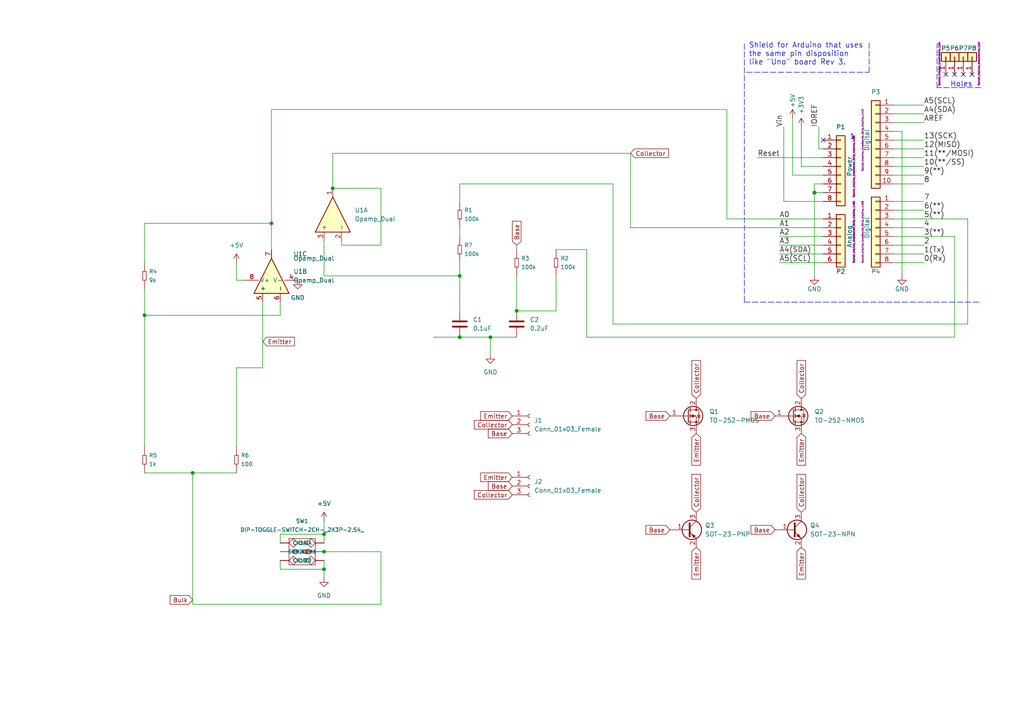
<source format=kicad_sch>
(kicad_sch (version 20211123) (generator eeschema)
  (paper "A4")
  (title_block (date "lun. 30 mars 2015"))
  (lib_symbols
    (symbol "Connector:Conn_01x03_Female" (pin_names (offset 1.016) hide)
      (property "Reference" "J" (at 0 5.08 0))
      (property "Value" "Conn_01x03_Female" (at 0 -5.08 0))
      (symbol "Conn_01x03_Female_1_1"
        (arc (start 0 -2.032) (mid -0.508 -2.54) (end 0 -3.048) (stroke (width 0.1524)))
        (polyline (pts (xy -1.27 -2.54) (xy -0.508 -2.54)) (stroke (width 0.1524)))
        (polyline (pts (xy -1.27 0) (xy -0.508 0)) (stroke (width 0.1524)))
        (polyline (pts (xy -1.27 2.54) (xy -0.508 2.54)) (stroke (width 0.1524)))
        (arc (start 0 0.508) (mid -0.508 0) (end 0 -0.508) (stroke (width 0.1524)))
        (arc (start 0 3.048) (mid -0.508 2.54) (end 0 2.032) (stroke (width 0.1524)))
        (pin passive line (at -5.08 2.54 0) (length 3.81) (name "Pin_1") (number "1"))
        (pin passive line (at -5.08 0 0) (length 3.81) (name "Pin_2") (number "2"))
        (pin passive line (at -5.08 -2.54 0) (length 3.81) (name "Pin_3") (number "3"))
      )
    )
    (symbol "Connector_Generic:Conn_01x01" (pin_names (offset 1.016) hide)
      (property "Reference" "J" (at 0 2.54 0))
      (property "Value" "Conn_01x01" (at 0 -2.54 0))
      (symbol "Conn_01x01_1_1"
        (rectangle (start -1.27 0.127) (end 0 -0.127) (stroke (width 0.1524)))
        (rectangle (start -1.27 1.27) (end 1.27 -1.27) (stroke (width 0.254)) (fill (type background)))
        (pin passive line (at -5.08 0 0) (length 3.81) (name "Pin_1") (number "1"))
      )
    )
    (symbol "Connector_Generic:Conn_01x06" (pin_names (offset 1.016) hide)
      (property "Reference" "J" (at 0 7.62 0))
      (property "Value" "Conn_01x06" (at 0 -10.16 0))
      (symbol "Conn_01x06_1_1"
        (rectangle (start -1.27 -7.493) (end 0 -7.747) (stroke (width 0.1524)))
        (rectangle (start -1.27 -4.953) (end 0 -5.207) (stroke (width 0.1524)))
        (rectangle (start -1.27 -2.413) (end 0 -2.667) (stroke (width 0.1524)))
        (rectangle (start -1.27 0.127) (end 0 -0.127) (stroke (width 0.1524)))
        (rectangle (start -1.27 2.667) (end 0 2.413) (stroke (width 0.1524)))
        (rectangle (start -1.27 5.207) (end 0 4.953) (stroke (width 0.1524)))
        (rectangle (start -1.27 6.35) (end 1.27 -8.89) (stroke (width 0.254)) (fill (type background)))
        (pin passive line (at -5.08 5.08 0) (length 3.81) (name "Pin_1") (number "1"))
        (pin passive line (at -5.08 2.54 0) (length 3.81) (name "Pin_2") (number "2"))
        (pin passive line (at -5.08 0 0) (length 3.81) (name "Pin_3") (number "3"))
        (pin passive line (at -5.08 -2.54 0) (length 3.81) (name "Pin_4") (number "4"))
        (pin passive line (at -5.08 -5.08 0) (length 3.81) (name "Pin_5") (number "5"))
        (pin passive line (at -5.08 -7.62 0) (length 3.81) (name "Pin_6") (number "6"))
      )
    )
    (symbol "Connector_Generic:Conn_01x08" (pin_names (offset 1.016) hide)
      (property "Reference" "J" (at 0 10.16 0))
      (property "Value" "Conn_01x08" (at 0 -12.7 0))
      (symbol "Conn_01x08_1_1"
        (rectangle (start -1.27 -10.033) (end 0 -10.287) (stroke (width 0.1524)))
        (rectangle (start -1.27 -7.493) (end 0 -7.747) (stroke (width 0.1524)))
        (rectangle (start -1.27 -4.953) (end 0 -5.207) (stroke (width 0.1524)))
        (rectangle (start -1.27 -2.413) (end 0 -2.667) (stroke (width 0.1524)))
        (rectangle (start -1.27 0.127) (end 0 -0.127) (stroke (width 0.1524)))
        (rectangle (start -1.27 2.667) (end 0 2.413) (stroke (width 0.1524)))
        (rectangle (start -1.27 5.207) (end 0 4.953) (stroke (width 0.1524)))
        (rectangle (start -1.27 7.747) (end 0 7.493) (stroke (width 0.1524)))
        (rectangle (start -1.27 8.89) (end 1.27 -11.43) (stroke (width 0.254)) (fill (type background)))
        (pin passive line (at -5.08 7.62 0) (length 3.81) (name "Pin_1") (number "1"))
        (pin passive line (at -5.08 5.08 0) (length 3.81) (name "Pin_2") (number "2"))
        (pin passive line (at -5.08 2.54 0) (length 3.81) (name "Pin_3") (number "3"))
        (pin passive line (at -5.08 0 0) (length 3.81) (name "Pin_4") (number "4"))
        (pin passive line (at -5.08 -2.54 0) (length 3.81) (name "Pin_5") (number "5"))
        (pin passive line (at -5.08 -5.08 0) (length 3.81) (name "Pin_6") (number "6"))
        (pin passive line (at -5.08 -7.62 0) (length 3.81) (name "Pin_7") (number "7"))
        (pin passive line (at -5.08 -10.16 0) (length 3.81) (name "Pin_8") (number "8"))
      )
    )
    (symbol "Connector_Generic:Conn_01x10" (pin_names (offset 1.016) hide)
      (property "Reference" "J" (at 0 12.7 0))
      (property "Value" "Conn_01x10" (at 0 -15.24 0))
      (symbol "Conn_01x10_1_1"
        (rectangle (start -1.27 -12.573) (end 0 -12.827) (stroke (width 0.1524)))
        (rectangle (start -1.27 -10.033) (end 0 -10.287) (stroke (width 0.1524)))
        (rectangle (start -1.27 -7.493) (end 0 -7.747) (stroke (width 0.1524)))
        (rectangle (start -1.27 -4.953) (end 0 -5.207) (stroke (width 0.1524)))
        (rectangle (start -1.27 -2.413) (end 0 -2.667) (stroke (width 0.1524)))
        (rectangle (start -1.27 0.127) (end 0 -0.127) (stroke (width 0.1524)))
        (rectangle (start -1.27 2.667) (end 0 2.413) (stroke (width 0.1524)))
        (rectangle (start -1.27 5.207) (end 0 4.953) (stroke (width 0.1524)))
        (rectangle (start -1.27 7.747) (end 0 7.493) (stroke (width 0.1524)))
        (rectangle (start -1.27 10.287) (end 0 10.033) (stroke (width 0.1524)))
        (rectangle (start -1.27 11.43) (end 1.27 -13.97) (stroke (width 0.254)) (fill (type background)))
        (pin passive line (at -5.08 10.16 0) (length 3.81) (name "Pin_1") (number "1"))
        (pin passive line (at -5.08 -12.7 0) (length 3.81) (name "Pin_10") (number "10"))
        (pin passive line (at -5.08 7.62 0) (length 3.81) (name "Pin_2") (number "2"))
        (pin passive line (at -5.08 5.08 0) (length 3.81) (name "Pin_3") (number "3"))
        (pin passive line (at -5.08 2.54 0) (length 3.81) (name "Pin_4") (number "4"))
        (pin passive line (at -5.08 0 0) (length 3.81) (name "Pin_5") (number "5"))
        (pin passive line (at -5.08 -2.54 0) (length 3.81) (name "Pin_6") (number "6"))
        (pin passive line (at -5.08 -5.08 0) (length 3.81) (name "Pin_7") (number "7"))
        (pin passive line (at -5.08 -7.62 0) (length 3.81) (name "Pin_8") (number "8"))
        (pin passive line (at -5.08 -10.16 0) (length 3.81) (name "Pin_9") (number "9"))
      )
    )
    (symbol "Device:C" (pin_numbers hide) (pin_names (offset 0.254))
      (property "Reference" "C" (at 0.635 2.54 0))
      (property "Value" "C" (at 0.635 -2.54 0))
      (symbol "C_0_1"
        (polyline (pts (xy -2.032 -0.762) (xy 2.032 -0.762)) (stroke (width 0.508)))
        (polyline (pts (xy -2.032 0.762) (xy 2.032 0.762)) (stroke (width 0.508)))
      )
      (symbol "C_1_1"
        (pin passive line (at 0 3.81 270) (length 2.794) (name "~") (number "1"))
        (pin passive line (at 0 -3.81 90) (length 2.794) (name "~") (number "2"))
      )
    )
    (symbol "Device:Opamp_Dual"
      (property "Reference" "U" (at 0 5.08 0))
      (property "Value" "Opamp_Dual" (at 0 -5.08 0))
      (symbol "Opamp_Dual_1_1"
        (polyline (pts (xy -5.08 5.08) (xy 5.08 0) (xy -5.08 -5.08) (xy -5.08 5.08)) (stroke (width 0.254)) (fill (type background)))
        (pin output line (at 7.62 0 180) (length 2.54) (name "~") (number "1"))
        (pin input line (at -7.62 -2.54 0) (length 2.54) (name "-") (number "2"))
        (pin input line (at -7.62 2.54 0) (length 2.54) (name "+") (number "3"))
      )
      (symbol "Opamp_Dual_2_1"
        (polyline (pts (xy -5.08 5.08) (xy 5.08 0) (xy -5.08 -5.08) (xy -5.08 5.08)) (stroke (width 0.254)) (fill (type background)))
        (pin input line (at -7.62 2.54 0) (length 2.54) (name "+") (number "5"))
        (pin input line (at -7.62 -2.54 0) (length 2.54) (name "-") (number "6"))
        (pin output line (at 7.62 0 180) (length 2.54) (name "~") (number "7"))
      )
      (symbol "Opamp_Dual_3_1"
        (pin power_in line (at -2.54 -7.62 90) (length 3.81) (name "V-") (number "4"))
        (pin power_in line (at -2.54 7.62 270) (length 3.81) (name "V+") (number "8"))
      )
    )
    (symbol "OPL_Resistor:DIP-RES-100R-5%-1_4W_PR-D2.3XL6.5MM_" (pin_numbers hide) (pin_names (offset 1.016) hide)
      (property "Reference" "R" (at -3.81 1.27 0))
      (property "Value" "DIP-RES-100R-5%-1_4W_PR-D2.3XL6.5MM_" (at -3.81 -2.54 0))
      (symbol "DIP-RES-100R-5%-1_4W_PR-D2.3XL6.5MM__1_0"
        (polyline (pts (xy -1.27 -0.508) (xy -1.27 0.508)))
        (polyline (pts (xy -1.27 0.508) (xy 1.27 0.508)))
        (polyline (pts (xy 1.27 -0.508) (xy -1.27 -0.508)))
        (polyline (pts (xy 1.27 0.508) (xy 1.27 -0.508)))
      )
      (symbol "DIP-RES-100R-5%-1_4W_PR-D2.3XL6.5MM__1_1"
        (pin passive line (at -3.81 0 0) (length 2.54) (name "1") (number "1"))
        (pin passive line (at 3.81 0 180) (length 2.54) (name "2") (number "2"))
      )
    )
    (symbol "OPL_Switch:DIP-TOGGLE-SWITCH-2CH-_2X3P-2.54_" (pin_numbers hide) (pin_names (offset 1.016))
      (property "Reference" "SW" (at -3.81 3.81 0))
      (property "Value" "DIP-TOGGLE-SWITCH-2CH-_2X3P-2.54_" (at -3.81 -5.08 0))
      (symbol "DIP-TOGGLE-SWITCH-2CH-_2X3P-2.54__1_0"
        (polyline (pts (xy -3.81 -3.81) (xy -3.81 -2.54)))
        (polyline (pts (xy -3.81 -2.54) (xy -3.81 2.54)))
        (polyline (pts (xy -3.81 -2.54) (xy -2.54 -1.27)))
        (polyline (pts (xy -3.81 2.54) (xy -3.81 3.81)))
        (polyline (pts (xy -3.81 2.54) (xy -2.54 3.81)))
        (polyline (pts (xy -3.81 3.81) (xy -2.54 3.81)))
        (polyline (pts (xy -2.54 -3.81) (xy -3.81 -3.81)))
        (polyline (pts (xy -2.54 -3.81) (xy -3.81 -2.54)))
        (polyline (pts (xy -2.54 -1.27) (xy -1.27 -2.54)))
        (polyline (pts (xy -2.54 1.27) (xy -3.81 2.54)))
        (polyline (pts (xy -2.54 3.81) (xy -1.27 2.54)))
        (polyline (pts (xy -2.54 3.81) (xy 2.54 3.81)))
        (polyline (pts (xy -1.27 -2.54) (xy -2.54 -3.81)))
        (polyline (pts (xy -1.27 2.54) (xy -2.54 1.27)))
        (polyline (pts (xy 1.27 -2.54) (xy 2.54 -3.81)))
        (polyline (pts (xy 1.27 2.54) (xy 2.54 1.27)))
        (polyline (pts (xy 2.54 -3.81) (xy -2.54 -3.81)))
        (polyline (pts (xy 2.54 -3.81) (xy 3.81 -2.54)))
        (polyline (pts (xy 2.54 -1.27) (xy 1.27 -2.54)))
        (polyline (pts (xy 2.54 1.27) (xy 3.81 2.54)))
        (polyline (pts (xy 2.54 3.81) (xy 1.27 2.54)))
        (polyline (pts (xy 2.54 3.81) (xy 3.81 3.81)))
        (polyline (pts (xy 3.81 -3.81) (xy 2.54 -3.81)))
        (polyline (pts (xy 3.81 -2.54) (xy 2.54 -1.27)))
        (polyline (pts (xy 3.81 -2.54) (xy 3.81 -3.81)))
        (polyline (pts (xy 3.81 2.54) (xy 2.54 3.81)))
        (polyline (pts (xy 3.81 2.54) (xy 3.81 -2.54)))
        (polyline (pts (xy 3.81 3.81) (xy 3.81 2.54)))
      )
      (symbol "DIP-TOGGLE-SWITCH-2CH-_2X3P-2.54__1_1"
        (pin bidirectional line (at -6.35 2.54 0) (length 2.54) (name "CH1A") (number "CH1A"))
        (pin bidirectional line (at -6.35 -2.54 0) (length 2.54) (name "CH1B") (number "CH1B"))
        (pin bidirectional line (at 6.35 2.54 180) (length 2.54) (name "CH2A") (number "CH2A"))
        (pin bidirectional line (at 6.35 -2.54 180) (length 2.54) (name "CH2B") (number "CH2B"))
        (pin bidirectional inverted (at -6.35 0 0) (length 5.08) (name "COM1") (number "COM1"))
        (pin bidirectional inverted_clock (at 6.35 0 180) (length 5.08) (name "COM2") (number "COM2"))
      )
    )
    (symbol "Transistor_BJT:BC807" (pin_names (offset 0) hide)
      (property "Reference" "Q" (at 5.08 1.905 0))
      (property "Value" "BC807" (at 5.08 0 0))
      (symbol "BC807_0_1"
        (polyline (pts (xy 0.635 0.635) (xy 2.54 2.54)))
        (polyline (pts (xy 0.635 -0.635) (xy 2.54 -2.54) (xy 2.54 -2.54)))
        (polyline (pts (xy 0.635 1.905) (xy 0.635 -1.905) (xy 0.635 -1.905)) (stroke (width 0.508)))
        (polyline (pts (xy 2.286 -1.778) (xy 1.778 -2.286) (xy 1.27 -1.27) (xy 2.286 -1.778) (xy 2.286 -1.778)) (fill (type outline)))
        (circle (center 1.27 0) (radius 2.8194) (stroke (width 0.254)))
      )
      (symbol "BC807_1_1"
        (pin input line (at -5.08 0 0) (length 5.715) (name "B") (number "1"))
        (pin passive line (at 2.54 -5.08 90) (length 2.54) (name "E") (number "2"))
        (pin passive line (at 2.54 5.08 270) (length 2.54) (name "C") (number "3"))
      )
    )
    (symbol "Transistor_BJT:BC817" (pin_names (offset 0) hide)
      (property "Reference" "Q" (at 5.08 1.905 0))
      (property "Value" "BC817" (at 5.08 0 0))
      (symbol "BC817_0_1"
        (polyline (pts (xy 0.635 0.635) (xy 2.54 2.54)))
        (polyline (pts (xy 0.635 -0.635) (xy 2.54 -2.54) (xy 2.54 -2.54)))
        (polyline (pts (xy 0.635 1.905) (xy 0.635 -1.905) (xy 0.635 -1.905)) (stroke (width 0.508)))
        (polyline (pts (xy 1.27 -1.778) (xy 1.778 -1.27) (xy 2.286 -2.286) (xy 1.27 -1.778) (xy 1.27 -1.778)) (fill (type outline)))
        (circle (center 1.27 0) (radius 2.8194) (stroke (width 0.254)))
      )
      (symbol "BC817_1_1"
        (pin input line (at -5.08 0 0) (length 5.715) (name "B") (number "1"))
        (pin passive line (at 2.54 -5.08 90) (length 2.54) (name "E") (number "2"))
        (pin passive line (at 2.54 5.08 270) (length 2.54) (name "C") (number "3"))
      )
    )
    (symbol "Transistor_FET:QM6006D" (pin_names hide)
      (property "Reference" "Q" (at 5.08 1.905 0))
      (property "Value" "QM6006D" (at 5.08 0 0))
      (symbol "QM6006D_0_1"
        (polyline (pts (xy 0.254 0) (xy -2.54 0)))
        (polyline (pts (xy 0.254 1.905) (xy 0.254 -1.905)) (stroke (width 0.254)))
        (polyline (pts (xy 0.762 -1.27) (xy 0.762 -2.286)) (stroke (width 0.254)))
        (polyline (pts (xy 0.762 0.508) (xy 0.762 -0.508)) (stroke (width 0.254)))
        (polyline (pts (xy 0.762 2.286) (xy 0.762 1.27)) (stroke (width 0.254)))
        (polyline (pts (xy 2.54 2.54) (xy 2.54 1.778)))
        (polyline (pts (xy 2.54 -2.54) (xy 2.54 0) (xy 0.762 0)))
        (polyline (pts (xy 0.762 -1.778) (xy 3.302 -1.778) (xy 3.302 1.778) (xy 0.762 1.778)))
        (polyline (pts (xy 1.016 0) (xy 2.032 0.381) (xy 2.032 -0.381) (xy 1.016 0)) (fill (type outline)))
        (polyline (pts (xy 2.794 0.508) (xy 2.921 0.381) (xy 3.683 0.381) (xy 3.81 0.254)))
        (polyline (pts (xy 3.302 0.381) (xy 2.921 -0.254) (xy 3.683 -0.254) (xy 3.302 0.381)))
        (circle (center 1.651 0) (radius 2.794) (stroke (width 0.254)))
        (circle (center 2.54 -1.778) (radius 0.254) (fill (type outline)))
        (circle (center 2.54 1.778) (radius 0.254) (fill (type outline)))
      )
      (symbol "QM6006D_1_1"
        (pin input line (at -5.08 0 0) (length 2.54) (name "G") (number "1"))
        (pin passive line (at 2.54 5.08 270) (length 2.54) (name "D") (number "2"))
        (pin passive line (at 2.54 -5.08 90) (length 2.54) (name "S") (number "3"))
      )
    )
    (symbol "Transistor_FET:QM6015D" (pin_names hide)
      (property "Reference" "Q" (at 5.08 1.905 0))
      (property "Value" "QM6015D" (at 5.08 0 0))
      (symbol "QM6015D_0_1"
        (polyline (pts (xy 0.254 0) (xy -2.54 0)))
        (polyline (pts (xy 0.254 1.905) (xy 0.254 -1.905)) (stroke (width 0.254)))
        (polyline (pts (xy 0.762 -1.27) (xy 0.762 -2.286)) (stroke (width 0.254)))
        (polyline (pts (xy 0.762 0.508) (xy 0.762 -0.508)) (stroke (width 0.254)))
        (polyline (pts (xy 0.762 2.286) (xy 0.762 1.27)) (stroke (width 0.254)))
        (polyline (pts (xy 2.54 2.54) (xy 2.54 1.778)))
        (polyline (pts (xy 2.54 -2.54) (xy 2.54 0) (xy 0.762 0)))
        (polyline (pts (xy 0.762 1.778) (xy 3.302 1.778) (xy 3.302 -1.778) (xy 0.762 -1.778)))
        (polyline (pts (xy 2.286 0) (xy 1.27 0.381) (xy 1.27 -0.381) (xy 2.286 0)) (fill (type outline)))
        (polyline (pts (xy 2.794 -0.508) (xy 2.921 -0.381) (xy 3.683 -0.381) (xy 3.81 -0.254)))
        (polyline (pts (xy 3.302 -0.381) (xy 2.921 0.254) (xy 3.683 0.254) (xy 3.302 -0.381)))
        (circle (center 1.651 0) (radius 2.794) (stroke (width 0.254)))
        (circle (center 2.54 -1.778) (radius 0.254) (fill (type outline)))
        (circle (center 2.54 1.778) (radius 0.254) (fill (type outline)))
      )
      (symbol "QM6015D_1_1"
        (pin passive line (at -5.08 0 0) (length 2.54) (name "G") (number "1"))
        (pin passive line (at 2.54 5.08 270) (length 2.54) (name "D") (number "2"))
        (pin passive line (at 2.54 -5.08 90) (length 2.54) (name "S") (number "3"))
      )
    )
    (symbol "power:+3.3V" (power) (pin_names (offset 0))
      (property "Value" "+3.3V" (at 0 3.556 0))
      (symbol "+3.3V_0_1"
        (polyline (pts (xy -0.762 1.27) (xy 0 2.54)))
        (polyline (pts (xy 0 0) (xy 0 2.54)))
        (polyline (pts (xy 0 2.54) (xy 0.762 1.27)))
      )
      (symbol "+3.3V_1_1"
        (pin power_in line (at 0 0 90) (length 0) hide (name "+3V3") (number "1"))
      )
    )
    (symbol "power:+5V" (power) (pin_names (offset 0))
      (property "Value" "+5V" (at 0 3.556 0))
      (symbol "+5V_0_1"
        (polyline (pts (xy -0.762 1.27) (xy 0 2.54)))
        (polyline (pts (xy 0 0) (xy 0 2.54)))
        (polyline (pts (xy 0 2.54) (xy 0.762 1.27)))
      )
      (symbol "+5V_1_1"
        (pin power_in line (at 0 0 90) (length 0) hide (name "+5V") (number "1"))
      )
    )
    (symbol "power:GND" (power) (pin_names (offset 0))
      (property "Value" "GND" (at 0 -3.81 0))
      (symbol "GND_0_1"
        (polyline (pts (xy 0 0) (xy 0 -1.27) (xy 1.27 -1.27) (xy 0 -2.54) (xy -1.27 -1.27) (xy 0 -1.27)))
      )
      (symbol "GND_1_1"
        (pin power_in line (at 0 0 270) (length 0) hide (name "GND") (number "1"))
      )
    )
  )
  (junction (at 93.98 160.02))
  (junction (at 133.35 97.79))
  (junction (at 93.98 165.1))
  (junction (at 93.98 154.94))
  (junction (at 55.88 137.16))
  (junction (at 133.35 80.01))
  (junction (at 142.24 97.79))
  (junction (at 41.91 91.44))
  (junction (at 236.22 55.88) (diameter 1.016))
  (junction (at 149.86 90.17))
  (junction (at 96.52 54.61))
  (junction (at 78.74 64.77))
  (no_connect (at 279.4 21.59))
  (no_connect (at 274.32 21.59))
  (no_connect (at 276.86 21.59))
  (no_connect (at 281.94 21.59))
  (no_connect (at 238.76 40.64))
  (wire (pts (xy 161.29 72.39) (xy 170.18 72.39)))
  (wire (pts (xy 99.06 69.85) (xy 99.06 71.12)))
  (wire (pts (xy 276.86 97.79) (xy 276.86 68.58)))
  (wire (pts (xy 238.76 48.26) (xy 232.41 48.26)))
  (wire (pts (xy 71.12 81.28) (xy 68.58 81.28)))
  (wire (pts (xy 41.91 64.77) (xy 78.74 64.77)))
  (wire (pts (xy 238.76 71.12) (xy 226.06 71.12)))
  (wire (pts (xy 41.91 137.16) (xy 55.88 137.16)))
  (wire (pts (xy 93.98 160.02) (xy 110.49 160.02)))
  (wire (pts (xy 93.98 154.94) (xy 93.98 157.48)))
  (wire (pts (xy 149.86 71.12) (xy 149.86 72.39)))
  (polyline (pts (xy 252.095 20.955) (xy 252.095 12.065)) (stroke (width 0) (type dash)))
  (wire (pts (xy 133.35 53.34) (xy 177.8 53.34)))
  (wire (pts (xy 259.08 63.5) (xy 280.67 63.5)))
  (wire (pts (xy 161.29 80.01) (xy 161.29 90.17)))
  (wire (pts (xy 125.73 97.79) (xy 133.35 97.79)))
  (wire (pts (xy 81.28 154.94) (xy 93.98 154.94)))
  (wire (pts (xy 170.18 97.79) (xy 276.86 97.79)))
  (wire (pts (xy 110.49 71.12) (xy 110.49 54.61)))
  (wire (pts (xy 236.22 53.34) (xy 236.22 55.88)))
  (wire (pts (xy 93.98 151.13) (xy 93.98 154.94)))
  (wire (pts (xy 210.82 31.75) (xy 210.82 63.5)))
  (wire (pts (xy 93.98 80.01) (xy 133.35 80.01)))
  (wire (pts (xy 133.35 58.42) (xy 133.35 53.34)))
  (wire (pts (xy 259.08 43.18) (xy 267.97 43.18)))
  (wire (pts (xy 68.58 137.16) (xy 55.88 137.16)))
  (wire (pts (xy 93.98 165.1) (xy 93.98 167.64)))
  (wire (pts (xy 261.62 38.1) (xy 261.62 80.01)))
  (wire (pts (xy 78.74 64.77) (xy 78.74 72.39)))
  (wire (pts (xy 238.76 53.34) (xy 236.22 53.34)))
  (wire (pts (xy 110.49 160.02) (xy 110.49 175.26)))
  (wire (pts (xy 259.08 53.34) (xy 267.97 53.34)))
  (wire (pts (xy 237.49 43.18) (xy 238.76 43.18)))
  (wire (pts (xy 238.76 50.8) (xy 229.87 50.8)))
  (wire (pts (xy 149.86 90.17) (xy 161.29 90.17)))
  (wire (pts (xy 41.91 83.82) (xy 41.91 91.44)))
  (wire (pts (xy 133.35 76.2) (xy 133.35 80.01)))
  (wire (pts (xy 259.08 40.64) (xy 267.97 40.64)))
  (wire (pts (xy 259.08 58.42) (xy 267.97 58.42)))
  (wire (pts (xy 182.88 66.04) (xy 238.76 66.04)))
  (wire (pts (xy 259.08 30.48) (xy 267.97 30.48)))
  (wire (pts (xy 78.74 64.77) (xy 78.74 31.75)))
  (wire (pts (xy 259.08 71.12) (xy 267.97 71.12)))
  (wire (pts (xy 81.28 160.02) (xy 93.98 160.02)))
  (wire (pts (xy 238.76 58.42) (xy 227.33 58.42)))
  (wire (pts (xy 149.86 80.01) (xy 149.86 90.17)))
  (wire (pts (xy 96.52 54.61) (xy 96.52 44.45)))
  (wire (pts (xy 99.06 71.12) (xy 110.49 71.12)))
  (wire (pts (xy 210.82 63.5) (xy 238.76 63.5)))
  (wire (pts (xy 133.35 97.79) (xy 142.24 97.79)))
  (wire (pts (xy 259.08 45.72) (xy 267.97 45.72)))
  (wire (pts (xy 238.76 73.66) (xy 226.06 73.66)))
  (wire (pts (xy 142.24 97.79) (xy 149.86 97.79)))
  (polyline (pts (xy 284.48 25.4) (xy 271.78 25.4)) (stroke (width 0) (type dash)))
  (wire (pts (xy 78.74 31.75) (xy 210.82 31.75)))
  (wire (pts (xy 238.76 45.72) (xy 219.71 45.72)))
  (wire (pts (xy 259.08 38.1) (xy 261.62 38.1)))
  (wire (pts (xy 238.76 55.88) (xy 236.22 55.88)))
  (wire (pts (xy 259.08 50.8) (xy 267.97 50.8)))
  (wire (pts (xy 133.35 80.01) (xy 133.35 90.17)))
  (wire (pts (xy 81.28 91.44) (xy 41.91 91.44)))
  (wire (pts (xy 81.28 87.63) (xy 81.28 91.44)))
  (wire (pts (xy 182.88 44.45) (xy 182.88 66.04)))
  (wire (pts (xy 236.22 55.88) (xy 236.22 80.01)))
  (wire (pts (xy 227.33 58.42) (xy 227.33 36.83)))
  (wire (pts (xy 96.52 44.45) (xy 182.88 44.45)))
  (wire (pts (xy 177.8 53.34) (xy 177.8 93.98)))
  (polyline (pts (xy 215.9 87.63) (xy 284.48 87.63)) (stroke (width 0) (type dash)))
  (wire (pts (xy 259.08 68.58) (xy 276.86 68.58)))
  (wire (pts (xy 96.52 54.61) (xy 110.49 54.61)))
  (wire (pts (xy 41.91 91.44) (xy 41.91 129.54)))
  (wire (pts (xy 238.76 76.2) (xy 226.06 76.2)))
  (wire (pts (xy 41.91 76.2) (xy 41.91 64.77)))
  (wire (pts (xy 68.58 81.28) (xy 68.58 76.2)))
  (wire (pts (xy 259.08 73.66) (xy 267.97 73.66)))
  (polyline (pts (xy 271.78 25.4) (xy 271.78 12.7)) (stroke (width 0) (type dash)))
  (wire (pts (xy 93.98 162.56) (xy 93.98 165.1)))
  (wire (pts (xy 177.8 93.98) (xy 280.67 93.98)))
  (wire (pts (xy 259.08 60.96) (xy 267.97 60.96)))
  (wire (pts (xy 55.88 175.26) (xy 55.88 137.16)))
  (wire (pts (xy 142.24 97.79) (xy 142.24 102.87)))
  (wire (pts (xy 229.87 50.8) (xy 229.87 34.29)))
  (wire (pts (xy 110.49 175.26) (xy 55.88 175.26)))
  (wire (pts (xy 259.08 33.02) (xy 267.97 33.02)))
  (wire (pts (xy 280.67 93.98) (xy 280.67 63.5)))
  (wire (pts (xy 259.08 66.04) (xy 267.97 66.04)))
  (wire (pts (xy 68.58 129.54) (xy 68.58 106.68)))
  (wire (pts (xy 259.08 35.56) (xy 267.97 35.56)))
  (polyline (pts (xy 215.9 12.7) (xy 215.9 87.63)) (stroke (width 0) (type dash)))
  (wire (pts (xy 76.2 87.63) (xy 76.2 106.68)))
  (wire (pts (xy 232.41 48.26) (xy 232.41 36.83)))
  (wire (pts (xy 237.49 36.83) (xy 237.49 43.18)))
  (wire (pts (xy 81.28 157.48) (xy 81.28 154.94)))
  (wire (pts (xy 133.35 66.04) (xy 133.35 68.58)))
  (wire (pts (xy 170.18 72.39) (xy 170.18 97.79)))
  (wire (pts (xy 259.08 76.2) (xy 267.97 76.2)))
  (wire (pts (xy 259.08 48.26) (xy 267.97 48.26)))
  (wire (pts (xy 81.28 162.56) (xy 81.28 165.1)))
  (wire (pts (xy 93.98 69.85) (xy 93.98 80.01)))
  (wire (pts (xy 238.76 68.58) (xy 226.06 68.58)))
  (wire (pts (xy 81.28 165.1) (xy 93.98 165.1)))
  (polyline (pts (xy 216.535 20.955) (xy 252.095 20.955)) (stroke (width 0) (type dash)))
  (wire (pts (xy 68.58 106.68) (xy 76.2 106.68)))
  (text "Holes" (at 275.59 25.4 0) (effects (font (size 1.524 1.524)) (justify left bottom)))
  (text "Shield for Arduino that uses\nthe same pin disposition\nlike \"Uno\" board Rev 3." (at 217.17 19.05 0) (effects (font (size 1.524 1.524)) (justify left bottom)))
  (text "1" (at 246.38 40.64 0) (effects (font (size 1.524 1.524)) (justify left bottom)))
  (label "Vin" (at 227.33 36.83 90) (effects (font (size 1.524 1.524))))
  (label "0(Rx)" (at 267.97 76.2 0) (effects (font (size 1.524 1.524))))
  (label "A4(SDA)" (at 226.06 73.66 0) (effects (font (size 1.524 1.524))))
  (label "4" (at 267.97 66.04 0) (effects (font (size 1.524 1.524))))
  (label "5(**)" (at 267.97 63.5 0) (effects (font (size 1.524 1.524))))
  (label "A2" (at 226.06 68.58 0) (effects (font (size 1.524 1.524))))
  (label "A5(SCL)" (at 226.06 76.2 0) (effects (font (size 1.524 1.524))))
  (label "A0" (at 226.06 63.5 0) (effects (font (size 1.524 1.524))))
  (label "A1" (at 226.06 66.04 0) (effects (font (size 1.524 1.524))))
  (label "10(**/SS)" (at 267.97 48.26 0) (effects (font (size 1.524 1.524))))
  (label "13(SCK)" (at 267.97 40.64 0) (effects (font (size 1.524 1.524))))
  (label "7" (at 267.97 58.42 0) (effects (font (size 1.524 1.524))))
  (label "A4(SDA)" (at 267.97 33.02 0) (effects (font (size 1.524 1.524))))
  (label "A3" (at 226.06 71.12 0) (effects (font (size 1.524 1.524))))
  (label "Reset" (at 219.71 45.72 0) (effects (font (size 1.524 1.524))))
  (label "2" (at 267.97 71.12 0) (effects (font (size 1.524 1.524))))
  (label "12(MISO)" (at 267.97 43.18 0) (effects (font (size 1.524 1.524))))
  (label "3(**)" (at 267.97 68.58 0) (effects (font (size 1.524 1.524))))
  (label "9(**)" (at 267.97 50.8 0) (effects (font (size 1.524 1.524))))
  (label "8" (at 267.97 53.34 0) (effects (font (size 1.524 1.524))))
  (label "A5(SCL)" (at 267.97 30.48 0) (effects (font (size 1.524 1.524))))
  (label "IOREF" (at 237.49 36.83 90) (effects (font (size 1.524 1.524))))
  (label "AREF" (at 267.97 35.56 0) (effects (font (size 1.524 1.524))))
  (label "11(**/MOSI)" (at 267.97 45.72 0) (effects (font (size 1.524 1.524))))
  (label "1(Tx)" (at 267.97 73.66 0) (effects (font (size 1.524 1.524))))
  (label "6(**)" (at 267.97 60.96 0) (effects (font (size 1.524 1.524))))
  (global_label "Base" (shape input) (at 194.31 153.67 180) (property "Intersheet References" "${INTERSHEET_REFS}" (effects hide)))
  (global_label "Collector" (shape input) (at 201.93 148.59 90) (property "Intersheet References" "${INTERSHEET_REFS}" (effects hide)))
  (global_label "Collector" (shape input) (at 232.41 148.59 90) (property "Intersheet References" "${INTERSHEET_REFS}" (effects hide)))
  (global_label "Emitter" (shape input) (at 201.93 125.73 270) (property "Intersheet References" "${INTERSHEET_REFS}" (effects hide)))
  (global_label "Collector" (shape input) (at 148.59 123.19 180) (property "Intersheet References" "${INTERSHEET_REFS}" (effects hide)))
  (global_label "Emitter" (shape input) (at 232.41 158.75 270) (property "Intersheet References" "${INTERSHEET_REFS}" (effects hide)))
  (global_label "Bulk" (shape input) (at 55.88 173.99 180) (property "Intersheet References" "${INTERSHEET_REFS}" (effects hide)))
  (global_label "Collector" (shape input) (at 232.41 115.57 90) (property "Intersheet References" "${INTERSHEET_REFS}" (effects hide)))
  (global_label "Base" (shape input) (at 148.59 125.73 180) (property "Intersheet References" "${INTERSHEET_REFS}" (effects hide)))
  (global_label "Emitter" (shape input) (at 232.41 125.73 270) (property "Intersheet References" "${INTERSHEET_REFS}" (effects hide)))
  (global_label "Emitter" (shape input) (at 201.93 158.75 270) (property "Intersheet References" "${INTERSHEET_REFS}" (effects hide)))
  (global_label "Base" (shape input) (at 224.79 153.67 180) (property "Intersheet References" "${INTERSHEET_REFS}" (effects hide)))
  (global_label "Base" (shape input) (at 194.31 120.65 180) (property "Intersheet References" "${INTERSHEET_REFS}" (effects hide)))
  (global_label "Emitter" (shape input) (at 148.59 120.65 180) (property "Intersheet References" "${INTERSHEET_REFS}" (effects hide)))
  (global_label "Base" (shape input) (at 148.59 140.97 180) (property "Intersheet References" "${INTERSHEET_REFS}" (effects hide)))
  (global_label "Emitter" (shape input) (at 148.59 138.43 180) (property "Intersheet References" "${INTERSHEET_REFS}" (effects hide)))
  (global_label "Collector" (shape input) (at 201.93 115.57 90) (property "Intersheet References" "${INTERSHEET_REFS}" (effects hide)))
  (global_label "Collector" (shape input) (at 182.88 44.45 0) (property "Intersheet References" "${INTERSHEET_REFS}" (effects hide)))
  (global_label "Base" (shape input) (at 149.86 71.12 90) (property "Intersheet References" "${INTERSHEET_REFS}" (effects hide)))
  (global_label "Collector" (shape input) (at 148.59 143.51 180) (property "Intersheet References" "${INTERSHEET_REFS}" (effects hide)))
  (global_label "Emitter" (shape input) (at 76.2 99.06 0) (property "Intersheet References" "${INTERSHEET_REFS}" (effects hide)))
  (global_label "Base" (shape input) (at 224.79 120.65 180) (property "Intersheet References" "${INTERSHEET_REFS}" (effects hide)))
  (symbol (lib_id "Connector_Generic:Conn_01x08") (at 243.84 48.26 0) (unit 1)
    (property "Reference" "P1" (at 243.84 36.83 0))
    (property "Value" "Power" (at 246.38 48.26 90))
    (property "Footprint" "Socket_Arduino_Uno:Socket_Strip_Arduino_1x08" (at 247.65 48.26 90) (effects (font (size 0.508 0.508))))
  )
  (symbol (lib_id "power:+3.3V") (at 232.41 36.83 0) (unit 1)
    (property "Reference" "#PWR01" (effects hide))
    (property "Value" "+3.3V" (at 232.41 30.48 90))
  )
  (symbol (lib_id "power:+5V") (at 229.87 34.29 0) (unit 1)
    (property "Reference" "#PWR02" (effects hide))
    (property "Value" "+5V" (at 229.87 29.21 90))
  )
  (symbol (lib_id "power:GND") (at 236.22 80.01 0) (unit 1)
    (property "Reference" "#PWR03" (effects hide))
    (property "Value" "GND" (at 236.22 83.82 0))
  )
  (symbol (lib_id "power:GND") (at 261.62 80.01 0) (unit 1)
    (property "Reference" "#PWR04" (effects hide))
    (property "Value" "GND" (at 261.62 83.82 0))
  )
  (symbol (lib_id "Connector_Generic:Conn_01x06") (at 243.84 68.58 0) (unit 1)
    (property "Reference" "P2" (at 243.84 78.74 0))
    (property "Value" "Analog" (at 246.38 68.58 90))
    (property "Footprint" "Socket_Arduino_Uno:Socket_Strip_Arduino_1x06" (at 247.65 67.31 90) (effects (font (size 0.508 0.508))))
  )
  (symbol (lib_id "Connector_Generic:Conn_01x01") (at 274.32 16.51 90) (unit 1)
    (property "Reference" "P5" (at 274.32 13.97 90))
    (property "Value" "CONN_01X01" (effects hide))
    (property "Footprint" "Socket_Arduino_Uno:Arduino_1pin" (at 272.4404 18.5166 0) (effects (font (size 0.508 0.508))))
  )
  (symbol (lib_id "Connector_Generic:Conn_01x01") (at 276.86 16.51 90) (unit 1)
    (property "Reference" "P6" (at 276.86 13.97 90))
    (property "Value" "CONN_01X01" (effects hide))
    (property "Footprint" "Socket_Arduino_Uno:Arduino_1pin" (effects hide))
  )
  (symbol (lib_id "Connector_Generic:Conn_01x01") (at 279.4 16.51 90) (unit 1)
    (property "Reference" "P7" (at 279.4 13.97 90))
    (property "Value" "CONN_01X01" (effects hide))
    (property "Footprint" "Socket_Arduino_Uno:Arduino_1pin" (effects hide))
  )
  (symbol (lib_id "Connector_Generic:Conn_01x01") (at 281.94 16.51 90) (unit 1)
    (property "Reference" "P8" (at 281.94 13.97 90))
    (property "Value" "CONN_01X01" (effects hide))
    (property "Footprint" "Socket_Arduino_Uno:Arduino_1pin" (at 283.9212 18.4404 0) (effects (font (size 0.508 0.508))))
  )
  (symbol (lib_id "Connector_Generic:Conn_01x08") (at 254 66.04 0) (mirror y) (unit 1)
    (property "Reference" "P4" (at 254 78.74 0))
    (property "Value" "Digital" (at 251.46 66.04 90))
    (property "Footprint" "Socket_Arduino_Uno:Socket_Strip_Arduino_1x08" (at 250.19 67.31 90) (effects (font (size 0.508 0.508))))
  )
  (symbol (lib_id "Connector_Generic:Conn_01x10") (at 254 40.64 0) (mirror y) (unit 1)
    (property "Reference" "P3" (at 254 26.67 0))
    (property "Value" "Digital" (at 251.46 40.64 90))
    (property "Footprint" "Socket_Arduino_Uno:Socket_Strip_Arduino_1x10" (at 250.19 40.64 90) (effects (font (size 0.508 0.508))))
  )
  (symbol (lib_id "OPL_Resistor:DIP-RES-100R-5%-1_4W_PR-D2.3XL6.5MM_") (at 41.91 80.01 90) (unit 1)
    (property "Reference" "R4" (at 43.18 78.74 90) (effects (font (size 1.143 1.143)) (justify right)))
    (property "Value" "9k" (at 43.18 81.28 90) (effects (font (size 1.143 1.143)) (justify right)))
    (property "Footprint" "OPL_Resistor:PR-D2.3XL6.5MM" (effects hide))
    (property "MPN" "FHCFR-1_4W-101J" (effects hide))
    (property "SKU" "301020017" (effects hide))
  )
  (symbol (lib_id "power:+5V") (at 68.58 76.2 0) (unit 1)
    (property "Reference" "#PWR05" (effects hide))
    (property "Value" "+5V" (at 68.58 71.12 0))
  )
  (symbol (lib_id "Device:Opamp_Dual") (at 96.52 62.23 90) (unit 1)
    (property "Reference" "U1" (at 102.87 60.9599 90) (effects (justify right)))
    (property "Value" "Opamp_Dual" (at 102.87 63.4999 90) (effects (justify right)))
    (property "Footprint" "Package_DIP:DIP-8_W7.62mm_LongPads" (effects hide))
  )
  (symbol (lib_id "Device:C") (at 133.35 93.98 0) (unit 1)
    (property "Reference" "C1" (at 137.16 92.7099 0) (effects (justify left)))
    (property "Value" "0.1uF" (at 137.16 95.2499 0) (effects (justify left)))
    (property "Footprint" "Capacitor_THT:C_Rect_L9.0mm_W2.5mm_P7.50mm_MKT" (effects hide))
  )
  (symbol (lib_id "power:+5V") (at 93.98 151.13 0) (unit 1)
    (property "Reference" "#PWR08" (effects hide))
    (property "Value" "+5V" (at 93.98 146.05 0))
  )
  (symbol (lib_id "power:GND") (at 142.24 102.87 0) (unit 1)
    (property "Reference" "#PWR07" (effects hide))
    (property "Value" "GND" (at 142.24 107.95 0))
  )
  (symbol (lib_id "OPL_Resistor:DIP-RES-100R-5%-1_4W_PR-D2.3XL6.5MM_") (at 133.35 72.39 90) (unit 1)
    (property "Reference" "R7" (at 134.62 71.12 90) (effects (font (size 1.143 1.143)) (justify right)))
    (property "Value" "100k" (at 134.62 73.66 90) (effects (font (size 1.143 1.143)) (justify right)))
    (property "Footprint" "OPL_Resistor:PR-D2.3XL6.5MM" (effects hide))
    (property "MPN" "FHCFR-1_4W-101J" (effects hide))
    (property "SKU" "301020017" (effects hide))
  )
  (symbol (lib_id "OPL_Resistor:DIP-RES-100R-5%-1_4W_PR-D2.3XL6.5MM_") (at 41.91 133.35 90) (unit 1)
    (property "Reference" "R5" (at 43.18 132.08 90) (effects (font (size 1.143 1.143)) (justify right)))
    (property "Value" "1k" (at 43.18 134.62 90) (effects (font (size 1.143 1.143)) (justify right)))
    (property "Footprint" "OPL_Resistor:PR-D2.3XL6.5MM" (effects hide))
    (property "MPN" "FHCFR-1_4W-101J" (effects hide))
    (property "SKU" "301020017" (effects hide))
  )
  (symbol (lib_id "Transistor_FET:QM6006D") (at 229.87 120.65 0) (unit 1)
    (property "Reference" "Q2" (at 236.22 119.3799 0) (effects (justify left)))
    (property "Value" "TO-252-NMOS" (at 236.22 121.9199 0) (effects (justify left)))
    (property "Footprint" "Package_TO_SOT_SMD:TO-252-2" (effects hide))
    (property "Datasheet" "http://www.jaolen.com/images/pdf/QM6006D.pdf" (effects hide))
  )
  (symbol (lib_id "Transistor_BJT:BC817") (at 229.87 153.67 0) (unit 1)
    (property "Reference" "Q4" (at 234.95 152.3999 0) (effects (justify left)))
    (property "Value" "SOT-23-NPN" (at 234.95 154.9399 0) (effects (justify left)))
    (property "Footprint" "Package_TO_SOT_SMD:SOT-23" (effects hide))
    (property "Datasheet" "https://www.onsemi.com/pub/Collateral/BC818-D.pdf" (effects hide))
  )
  (symbol (lib_id "OPL_Resistor:DIP-RES-100R-5%-1_4W_PR-D2.3XL6.5MM_") (at 68.58 133.35 90) (unit 1)
    (property "Reference" "R6" (at 69.85 132.08 90) (effects (font (size 1.143 1.143)) (justify right)))
    (property "Value" "100" (at 69.85 134.62 90) (effects (font (size 1.143 1.143)) (justify right)))
    (property "Footprint" "OPL_Resistor:PR-D2.3XL6.5MM" (effects hide))
    (property "MPN" "FHCFR-1_4W-101J" (effects hide))
    (property "SKU" "301020017" (effects hide))
  )
  (symbol (lib_id "Device:C") (at 149.86 93.98 0) (unit 1)
    (property "Reference" "C2" (at 153.67 92.7099 0) (effects (justify left)))
    (property "Value" "0.2uF" (at 153.67 95.2499 0) (effects (justify left)))
    (property "Footprint" "Capacitor_THT:C_Rect_L9.0mm_W2.5mm_P7.50mm_MKT" (effects hide))
  )
  (symbol (lib_id "OPL_Resistor:DIP-RES-100R-5%-1_4W_PR-D2.3XL6.5MM_") (at 133.35 62.23 90) (unit 1)
    (property "Reference" "R1" (at 134.62 60.96 90) (effects (font (size 1.143 1.143)) (justify right)))
    (property "Value" "100k" (at 134.62 63.5 90) (effects (font (size 1.143 1.143)) (justify right)))
    (property "Footprint" "OPL_Resistor:PR-D2.3XL6.5MM" (effects hide))
    (property "MPN" "FHCFR-1_4W-101J" (effects hide))
    (property "SKU" "301020017" (effects hide))
  )
  (symbol (lib_id "Transistor_FET:QM6015D") (at 199.39 120.65 0) (unit 1)
    (property "Reference" "Q1" (at 205.74 119.3799 0) (effects (justify left)))
    (property "Value" "TO-252-PMOS" (at 205.74 121.9199 0) (effects (justify left)))
    (property "Footprint" "Package_TO_SOT_SMD:TO-252-2" (effects hide))
    (property "Datasheet" "http://www.jaolen.com/images/pdf/QM6015D.pdf" (effects hide))
  )
  (symbol (lib_id "Connector:Conn_01x03_Female") (at 153.67 123.19 0) (unit 1)
    (property "Reference" "J1" (at 154.94 121.9199 0) (effects (justify left)))
    (property "Value" "Conn_01x03_Female" (at 154.94 124.4599 0) (effects (justify left)))
    (property "Footprint" "Connector_PinHeader_2.54mm:PinHeader_1x03_P2.54mm_Vertical" (effects hide))
  )
  (symbol (lib_id "OPL_Resistor:DIP-RES-100R-5%-1_4W_PR-D2.3XL6.5MM_") (at 149.86 76.2 90) (unit 1)
    (property "Reference" "R3" (at 151.13 74.93 90) (effects (font (size 1.143 1.143)) (justify right)))
    (property "Value" "100k" (at 151.13 77.47 90) (effects (font (size 1.143 1.143)) (justify right)))
    (property "Footprint" "OPL_Resistor:PR-D2.3XL6.5MM" (effects hide))
    (property "MPN" "FHCFR-1_4W-101J" (effects hide))
    (property "SKU" "301020017" (effects hide))
  )
  (symbol (lib_id "Device:Opamp_Dual") (at 78.74 78.74 90) (unit 3)
    (property "Reference" "U1" (at 85.09 73.66 90) (effects (justify right)))
    (property "Value" "Opamp_Dual" (at 85.09 74.93 90) (effects (justify right)))
    (property "Footprint" "Package_DIP:DIP-8_W7.62mm_LongPads" (effects hide))
  )
  (symbol (lib_id "OPL_Resistor:DIP-RES-100R-5%-1_4W_PR-D2.3XL6.5MM_") (at 161.29 76.2 90) (unit 1)
    (property "Reference" "R2" (at 162.56 74.93 90) (effects (font (size 1.143 1.143)) (justify right)))
    (property "Value" "100k" (at 162.56 77.47 90) (effects (font (size 1.143 1.143)) (justify right)))
    (property "Footprint" "OPL_Resistor:PR-D2.3XL6.5MM" (effects hide))
    (property "MPN" "FHCFR-1_4W-101J" (effects hide))
    (property "SKU" "301020017" (effects hide))
  )
  (symbol (lib_id "Transistor_BJT:BC807") (at 199.39 153.67 0) (unit 1)
    (property "Reference" "Q3" (at 204.47 152.3999 0) (effects (justify left)))
    (property "Value" "SOT-23-PNP" (at 204.47 154.9399 0) (effects (justify left)))
    (property "Footprint" "Package_TO_SOT_SMD:SOT-23" (effects hide))
    (property "Datasheet" "https://www.onsemi.com/pub/Collateral/BC808-D.pdf" (effects hide))
  )
  (symbol (lib_id "OPL_Switch:DIP-TOGGLE-SWITCH-2CH-_2X3P-2.54_") (at 87.63 160.02 0) (unit 1)
    (property "Reference" "SW1" (at 87.63 151.13 0) (effects (font (size 1.143 1.143))))
    (property "Value" "DIP-TOGGLE-SWITCH-2CH-_2X3P-2.54_" (at 87.63 153.67 0) (effects (font (size 1.143 1.143))))
    (property "Footprint" "OPL_Switch:SW6-2.54-9.0X3.5X3.2+2.0MM" (effects hide))
    (property "MPN" "MS-22D18 G2 ROHS" (effects hide))
    (property "SKU" "311010004" (effects hide))
  )
  (symbol (lib_id "Connector:Conn_01x03_Female") (at 153.67 140.97 0) (unit 1)
    (property "Reference" "J2" (at 154.94 139.6999 0) (effects (justify left)))
    (property "Value" "Conn_01x03_Female" (at 154.94 142.2399 0) (effects (justify left)))
    (property "Footprint" "Connector_PinHeader_2.54mm:PinHeader_1x03_P2.54mm_Vertical" (effects hide))
  )
  (symbol (lib_id "power:GND") (at 93.98 167.64 0) (unit 1)
    (property "Reference" "#PWR09" (effects hide))
    (property "Value" "GND" (at 93.98 172.72 0))
  )
  (symbol (lib_id "Device:Opamp_Dual") (at 78.74 80.01 90) (unit 2)
    (property "Reference" "U1" (at 85.09 78.74 90) (effects (justify right)))
    (property "Value" "Opamp_Dual" (at 85.09 81.2799 90) (effects (justify right)))
    (property "Footprint" "Package_DIP:DIP-8_W7.62mm_LongPads" (effects hide))
  )
  (symbol (lib_id "power:GND") (at 86.36 81.28 0) (unit 1)
    (property "Reference" "#PWR06" (effects hide))
    (property "Value" "GND" (at 86.36 86.36 0))
  )
)
</source>
